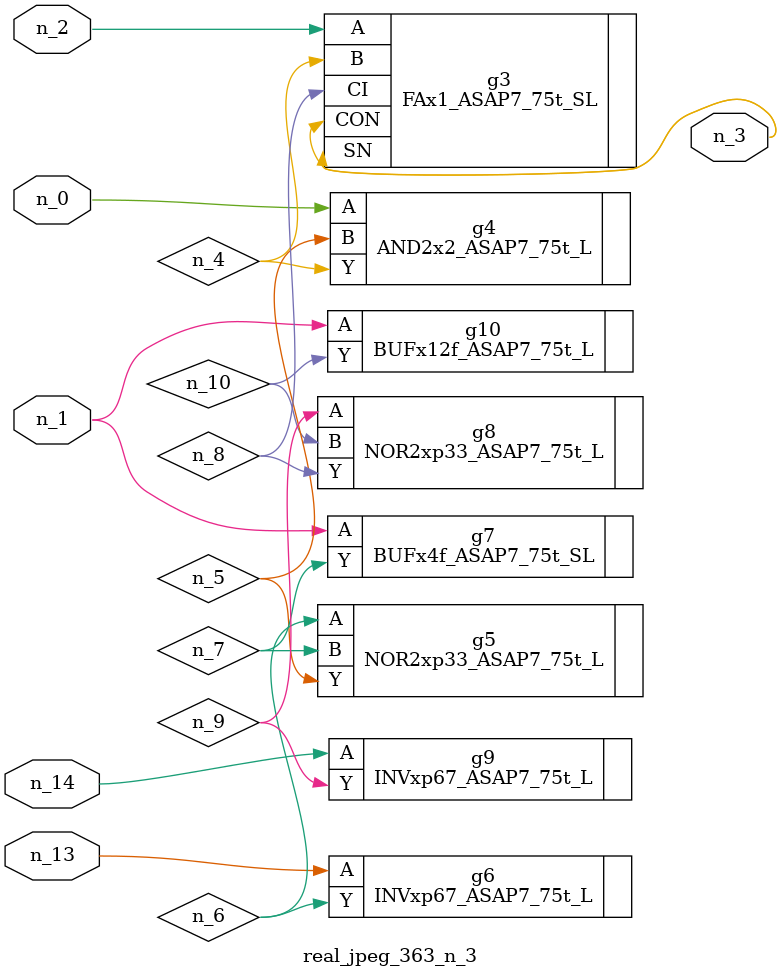
<source format=v>
module real_jpeg_363_n_3 (n_0, n_1, n_14, n_2, n_13, n_3);

input n_0;
input n_1;
input n_14;
input n_2;
input n_13;

output n_3;

wire n_5;
wire n_4;
wire n_8;
wire n_6;
wire n_7;
wire n_10;
wire n_9;

AND2x2_ASAP7_75t_L g4 ( 
.A(n_0),
.B(n_5),
.Y(n_4)
);

BUFx4f_ASAP7_75t_SL g7 ( 
.A(n_1),
.Y(n_7)
);

BUFx12f_ASAP7_75t_L g10 ( 
.A(n_1),
.Y(n_10)
);

FAx1_ASAP7_75t_SL g3 ( 
.A(n_2),
.B(n_4),
.CI(n_8),
.CON(n_3),
.SN(n_3)
);

NOR2xp33_ASAP7_75t_L g5 ( 
.A(n_6),
.B(n_7),
.Y(n_5)
);

NOR2xp33_ASAP7_75t_L g8 ( 
.A(n_9),
.B(n_10),
.Y(n_8)
);

INVxp67_ASAP7_75t_L g6 ( 
.A(n_13),
.Y(n_6)
);

INVxp67_ASAP7_75t_L g9 ( 
.A(n_14),
.Y(n_9)
);


endmodule
</source>
